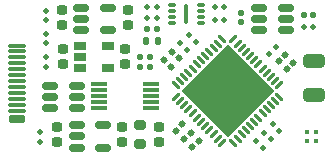
<source format=gbr>
%TF.GenerationSoftware,KiCad,Pcbnew,(6.0.4)*%
%TF.CreationDate,2022-08-13T13:22:29+02:00*%
%TF.ProjectId,mta1_usb,6d746131-5f75-4736-922e-6b696361645f,rev?*%
%TF.SameCoordinates,Original*%
%TF.FileFunction,Soldermask,Top*%
%TF.FilePolarity,Negative*%
%FSLAX46Y46*%
G04 Gerber Fmt 4.6, Leading zero omitted, Abs format (unit mm)*
G04 Created by KiCad (PCBNEW (6.0.4)) date 2022-08-13 13:22:29*
%MOMM*%
%LPD*%
G01*
G04 APERTURE LIST*
G04 Aperture macros list*
%AMRoundRect*
0 Rectangle with rounded corners*
0 $1 Rounding radius*
0 $2 $3 $4 $5 $6 $7 $8 $9 X,Y pos of 4 corners*
0 Add a 4 corners polygon primitive as box body*
4,1,4,$2,$3,$4,$5,$6,$7,$8,$9,$2,$3,0*
0 Add four circle primitives for the rounded corners*
1,1,$1+$1,$2,$3*
1,1,$1+$1,$4,$5*
1,1,$1+$1,$6,$7*
1,1,$1+$1,$8,$9*
0 Add four rect primitives between the rounded corners*
20,1,$1+$1,$2,$3,$4,$5,0*
20,1,$1+$1,$4,$5,$6,$7,0*
20,1,$1+$1,$6,$7,$8,$9,0*
20,1,$1+$1,$8,$9,$2,$3,0*%
%AMRotRect*
0 Rectangle, with rotation*
0 The origin of the aperture is its center*
0 $1 length*
0 $2 width*
0 $3 Rotation angle, in degrees counterclockwise*
0 Add horizontal line*
21,1,$1,$2,0,0,$3*%
G04 Aperture macros list end*
%ADD10RoundRect,0.129500X0.129500X-0.150500X0.129500X0.150500X-0.129500X0.150500X-0.129500X-0.150500X0*%
%ADD11RoundRect,0.129500X-0.014849X-0.197990X0.197990X0.014849X0.014849X0.197990X-0.197990X-0.014849X0*%
%ADD12RoundRect,0.129500X0.014849X0.197990X-0.197990X-0.014849X-0.014849X-0.197990X0.197990X0.014849X0*%
%ADD13RoundRect,0.129500X0.197990X-0.014849X-0.014849X0.197990X-0.197990X0.014849X0.014849X-0.197990X0*%
%ADD14RoundRect,0.147500X0.147500X0.172500X-0.147500X0.172500X-0.147500X-0.172500X0.147500X-0.172500X0*%
%ADD15R,0.450000X0.450000*%
%ADD16RoundRect,0.112500X-0.112500X0.112500X-0.112500X-0.112500X0.112500X-0.112500X0.112500X0.112500X0*%
%ADD17RoundRect,0.112500X-0.159099X0.000000X0.000000X-0.159099X0.159099X0.000000X0.000000X0.159099X0*%
%ADD18RoundRect,0.112500X0.000000X0.159099X-0.159099X0.000000X0.000000X-0.159099X0.159099X0.000000X0*%
%ADD19RoundRect,0.150000X0.512500X0.150000X-0.512500X0.150000X-0.512500X-0.150000X0.512500X-0.150000X0*%
%ADD20RoundRect,0.062500X0.220971X0.309359X-0.309359X-0.220971X-0.220971X-0.309359X0.309359X0.220971X0*%
%ADD21RoundRect,0.062500X-0.220971X0.309359X-0.309359X0.220971X0.220971X-0.309359X0.309359X-0.220971X0*%
%ADD22RotRect,5.600000X5.600000X225.000000*%
%ADD23RoundRect,0.200000X-0.225000X0.200000X-0.225000X-0.200000X0.225000X-0.200000X0.225000X0.200000X0*%
%ADD24RoundRect,0.200000X-0.275000X0.200000X-0.275000X-0.200000X0.275000X-0.200000X0.275000X0.200000X0*%
%ADD25RoundRect,0.112500X0.112500X-0.112500X0.112500X0.112500X-0.112500X0.112500X-0.112500X-0.112500X0*%
%ADD26RoundRect,0.150000X-0.512500X-0.150000X0.512500X-0.150000X0.512500X0.150000X-0.512500X0.150000X0*%
%ADD27R,1.000000X0.700000*%
%ADD28RoundRect,0.112500X0.112500X0.112500X-0.112500X0.112500X-0.112500X-0.112500X0.112500X-0.112500X0*%
%ADD29RoundRect,0.129500X0.150500X0.129500X-0.150500X0.129500X-0.150500X-0.129500X0.150500X-0.129500X0*%
%ADD30R,1.400000X0.300000*%
%ADD31RoundRect,0.112500X-0.112500X-0.112500X0.112500X-0.112500X0.112500X0.112500X-0.112500X0.112500X0*%
%ADD32RoundRect,0.075000X0.225000X0.075000X-0.225000X0.075000X-0.225000X-0.075000X0.225000X-0.075000X0*%
%ADD33RoundRect,0.075000X-0.075000X-0.775000X0.075000X-0.775000X0.075000X0.775000X-0.075000X0.775000X0*%
%ADD34RoundRect,0.129500X-0.150500X-0.129500X0.150500X-0.129500X0.150500X0.129500X-0.150500X0.129500X0*%
%ADD35RoundRect,0.250000X0.650000X-0.325000X0.650000X0.325000X-0.650000X0.325000X-0.650000X-0.325000X0*%
%ADD36RoundRect,0.075000X0.675000X0.075000X-0.675000X0.075000X-0.675000X-0.075000X0.675000X-0.075000X0*%
%ADD37RoundRect,0.175000X0.525000X0.175000X-0.525000X0.175000X-0.525000X-0.175000X0.525000X-0.175000X0*%
G04 APERTURE END LIST*
D10*
%TO.C,C7*%
X111450000Y-93040000D03*
X111450000Y-92260000D03*
%TD*%
%TO.C,C13*%
X112350000Y-93040000D03*
X112350000Y-92260000D03*
%TD*%
D11*
%TO.C,C16*%
X123224228Y-92575772D03*
X123775772Y-92024228D03*
%TD*%
D12*
%TO.C,C17*%
X115075772Y-97924228D03*
X114524228Y-98475772D03*
%TD*%
D13*
%TO.C,C18*%
X114075772Y-93025772D03*
X113524228Y-92474228D03*
%TD*%
D11*
%TO.C,C19*%
X123924228Y-93275772D03*
X124475772Y-92724228D03*
%TD*%
D12*
%TO.C,C20*%
X115775772Y-98624228D03*
X115224228Y-99175772D03*
%TD*%
%TO.C,C21*%
X116475772Y-99324228D03*
X115924228Y-99875772D03*
%TD*%
D14*
%TO.C,D1*%
X112985000Y-90850000D03*
X112015000Y-90850000D03*
%TD*%
D15*
%TO.C,D3*%
X126380000Y-98570000D03*
X126380000Y-99330000D03*
X125620000Y-99330000D03*
X125620000Y-98570000D03*
%TD*%
D16*
%TO.C,R1*%
X103550000Y-88300000D03*
X103550000Y-89100000D03*
%TD*%
%TO.C,R2*%
X103550000Y-92250000D03*
X103550000Y-93050000D03*
%TD*%
D17*
%TO.C,R16*%
X121317157Y-99317157D03*
X121882843Y-99882843D03*
%TD*%
%TO.C,R17*%
X122017157Y-98617157D03*
X122582843Y-99182843D03*
%TD*%
%TO.C,R18*%
X122717157Y-97917157D03*
X123282843Y-98482843D03*
%TD*%
D18*
%TO.C,R19*%
X122982843Y-91367157D03*
X122417157Y-91932843D03*
%TD*%
D19*
%TO.C,U5*%
X103862500Y-96550000D03*
X103862500Y-95600000D03*
X103862500Y-94650000D03*
X106137500Y-94650000D03*
X106137500Y-95600000D03*
X106137500Y-96550000D03*
%TD*%
D20*
%TO.C,U6*%
X123275223Y-94613864D03*
X122921670Y-94260311D03*
X122568116Y-93906757D03*
X122214563Y-93553204D03*
X121861010Y-93199651D03*
X121507456Y-92846097D03*
X121153903Y-92492544D03*
X120800349Y-92138990D03*
X120446796Y-91785437D03*
X120093243Y-91431884D03*
X119739689Y-91078330D03*
X119386136Y-90724777D03*
D21*
X118413864Y-90724777D03*
X118060311Y-91078330D03*
X117706757Y-91431884D03*
X117353204Y-91785437D03*
X116999651Y-92138990D03*
X116646097Y-92492544D03*
X116292544Y-92846097D03*
X115938990Y-93199651D03*
X115585437Y-93553204D03*
X115231884Y-93906757D03*
X114878330Y-94260311D03*
X114524777Y-94613864D03*
D20*
X114524777Y-95586136D03*
X114878330Y-95939689D03*
X115231884Y-96293243D03*
X115585437Y-96646796D03*
X115938990Y-97000349D03*
X116292544Y-97353903D03*
X116646097Y-97707456D03*
X116999651Y-98061010D03*
X117353204Y-98414563D03*
X117706757Y-98768116D03*
X118060311Y-99121670D03*
X118413864Y-99475223D03*
D21*
X119386136Y-99475223D03*
X119739689Y-99121670D03*
X120093243Y-98768116D03*
X120446796Y-98414563D03*
X120800349Y-98061010D03*
X121153903Y-97707456D03*
X121507456Y-97353903D03*
X121861010Y-97000349D03*
X122214563Y-96646796D03*
X122568116Y-96293243D03*
X122921670Y-95939689D03*
X123275223Y-95586136D03*
D22*
X118900000Y-95100000D03*
%TD*%
D23*
%TO.C,C6*%
X104943750Y-92850000D03*
X104943750Y-91550000D03*
%TD*%
%TO.C,C25*%
X113050000Y-98150000D03*
X113050000Y-99450000D03*
%TD*%
D24*
%TO.C,FB3*%
X111500000Y-97975000D03*
X111500000Y-99625000D03*
%TD*%
D16*
%TO.C,R22*%
X103000000Y-98600000D03*
X103000000Y-99400000D03*
%TD*%
D25*
%TO.C,R29*%
X103550000Y-91050000D03*
X103550000Y-90250000D03*
%TD*%
D17*
%TO.C,R20*%
X115617157Y-90367157D03*
X116182843Y-90932843D03*
%TD*%
D23*
%TO.C,C1*%
X104843750Y-89550000D03*
X104843750Y-88250000D03*
%TD*%
%TO.C,C5*%
X110450000Y-88250000D03*
X110450000Y-89550000D03*
%TD*%
D26*
%TO.C,U2*%
X108781250Y-88050000D03*
X108781250Y-89950000D03*
X106506250Y-89950000D03*
X106506250Y-89000000D03*
X106506250Y-88050000D03*
%TD*%
D23*
%TO.C,C4*%
X110000000Y-98150000D03*
X110000000Y-99450000D03*
%TD*%
%TO.C,C2*%
X104450000Y-98150000D03*
X104450000Y-99450000D03*
%TD*%
D26*
%TO.C,U1*%
X106112500Y-98000000D03*
X106112500Y-98950000D03*
X106112500Y-99900000D03*
X108387500Y-99900000D03*
X108387500Y-98000000D03*
%TD*%
D23*
%TO.C,C3*%
X110243750Y-92850000D03*
X110243750Y-91550000D03*
%TD*%
D17*
%TO.C,R3*%
X114867157Y-91067157D03*
X115432843Y-91632843D03*
%TD*%
D13*
%TO.C,C22*%
X114775772Y-92325772D03*
X114224228Y-91774228D03*
%TD*%
D27*
%TO.C,U9*%
X108793750Y-91250000D03*
X108793750Y-93150000D03*
X106393750Y-93150000D03*
X106393750Y-92200000D03*
X106393750Y-91250000D03*
%TD*%
D28*
%TO.C,R25*%
X118600000Y-87950000D03*
X117800000Y-87950000D03*
%TD*%
D29*
%TO.C,C23*%
X112890000Y-89850000D03*
X112110000Y-89850000D03*
%TD*%
D30*
%TO.C,U3*%
X108000000Y-96500000D03*
X108000000Y-96000000D03*
X108000000Y-95500000D03*
X108000000Y-95000000D03*
X108000000Y-94500000D03*
X112400000Y-94500000D03*
X112400000Y-95000000D03*
X112400000Y-95500000D03*
X112400000Y-96000000D03*
X112400000Y-96500000D03*
%TD*%
D10*
%TO.C,C26*%
X120050000Y-89240000D03*
X120050000Y-88460000D03*
%TD*%
D28*
%TO.C,R23*%
X118600000Y-89050000D03*
X117800000Y-89050000D03*
%TD*%
D31*
%TO.C,R26*%
X112100000Y-88900000D03*
X112900000Y-88900000D03*
%TD*%
D19*
%TO.C,U10*%
X123837500Y-89950000D03*
X123837500Y-89000000D03*
X123837500Y-88050000D03*
X121562500Y-88050000D03*
X121562500Y-89000000D03*
X121562500Y-89950000D03*
%TD*%
D32*
%TO.C,U8*%
X116650000Y-89350000D03*
X116650000Y-88850000D03*
X116650000Y-88350000D03*
X116650000Y-87850000D03*
X114150000Y-87850000D03*
X114150000Y-88350000D03*
X114150000Y-88850000D03*
X114150000Y-89350000D03*
D33*
X115400000Y-88600000D03*
%TD*%
D31*
%TO.C,R30*%
X125350000Y-89700000D03*
X126150000Y-89700000D03*
%TD*%
D34*
%TO.C,C27*%
X125360000Y-88700000D03*
X126140000Y-88700000D03*
%TD*%
D35*
%TO.C,C8*%
X126200000Y-95475000D03*
X126200000Y-92525000D03*
%TD*%
D36*
%TO.C,P1*%
X101050000Y-96750000D03*
X101050000Y-96250000D03*
X101050000Y-95750000D03*
X101050000Y-95250000D03*
X101050000Y-94750000D03*
X101050000Y-94250000D03*
X101050000Y-93750000D03*
X101050000Y-93250000D03*
X101050000Y-92750000D03*
X101050000Y-92250000D03*
X101050000Y-91750000D03*
X101050000Y-91250000D03*
D37*
X101100000Y-97500000D03*
%TD*%
D31*
%TO.C,R24*%
X112100000Y-87950000D03*
X112900000Y-87950000D03*
%TD*%
M02*

</source>
